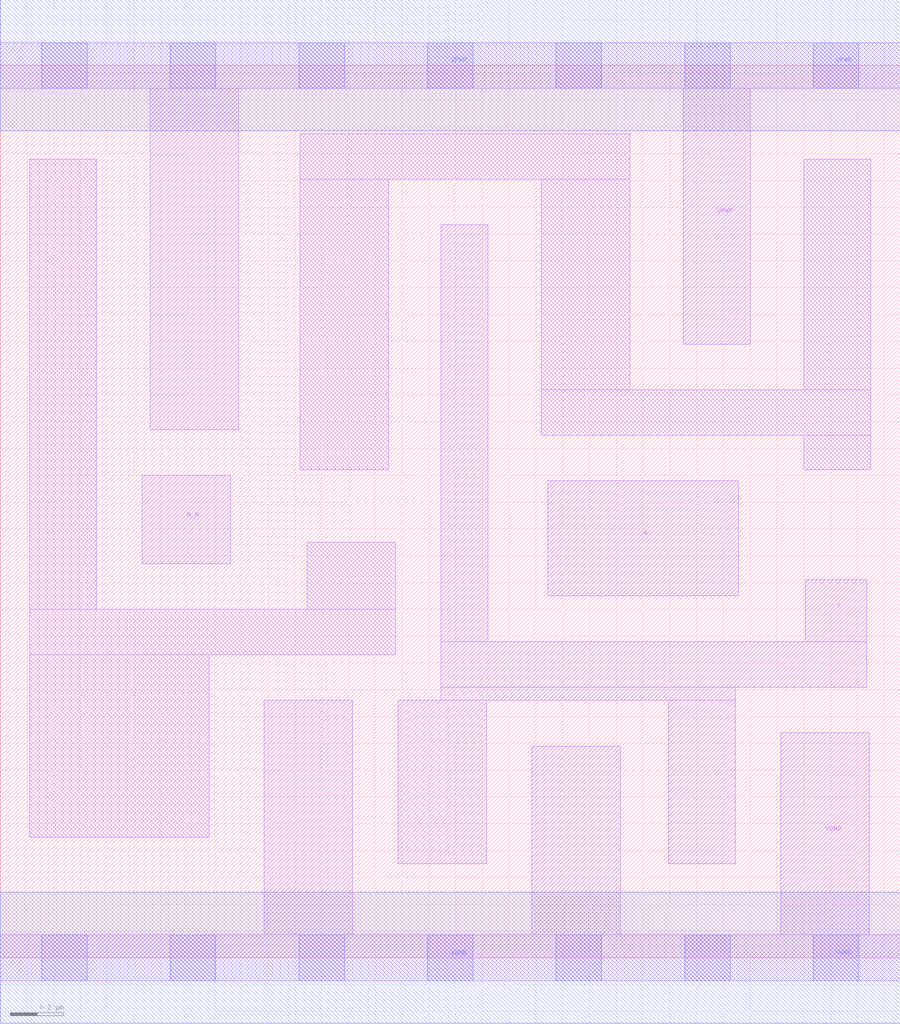
<source format=lef>
# Copyright 2020 The SkyWater PDK Authors
#
# Licensed under the Apache License, Version 2.0 (the "License");
# you may not use this file except in compliance with the License.
# You may obtain a copy of the License at
#
#     https://www.apache.org/licenses/LICENSE-2.0
#
# Unless required by applicable law or agreed to in writing, software
# distributed under the License is distributed on an "AS IS" BASIS,
# WITHOUT WARRANTIES OR CONDITIONS OF ANY KIND, either express or implied.
# See the License for the specific language governing permissions and
# limitations under the License.
#
# SPDX-License-Identifier: Apache-2.0

VERSION 5.7 ;
  NAMESCASESENSITIVE ON ;
  NOWIREEXTENSIONATPIN ON ;
  DIVIDERCHAR "/" ;
  BUSBITCHARS "[]" ;
UNITS
  DATABASE MICRONS 200 ;
END UNITS
MACRO sky130_fd_sc_ms__nor2b_2
  CLASS CORE ;
  SOURCE USER ;
  FOREIGN sky130_fd_sc_ms__nor2b_2 ;
  ORIGIN  0.000000  0.000000 ;
  SIZE  3.360000 BY  3.330000 ;
  SYMMETRY X Y ;
  SITE unit ;
  PIN A
    ANTENNAGATEAREA  0.625200 ;
    DIRECTION INPUT ;
    USE SIGNAL ;
    PORT
      LAYER li1 ;
        RECT 2.045000 1.350000 2.755000 1.780000 ;
    END
  END A
  PIN B_N
    ANTENNAGATEAREA  0.276000 ;
    DIRECTION INPUT ;
    USE SIGNAL ;
    PORT
      LAYER li1 ;
        RECT 0.530000 1.470000 0.860000 1.800000 ;
    END
  END B_N
  PIN Y
    ANTENNADIFFAREA  0.790800 ;
    DIRECTION OUTPUT ;
    USE SIGNAL ;
    PORT
      LAYER li1 ;
        RECT 1.485000 0.350000 1.815000 0.960000 ;
        RECT 1.645000 0.960000 2.745000 1.010000 ;
        RECT 1.645000 1.010000 3.235000 1.180000 ;
        RECT 1.645000 1.180000 1.820000 2.735000 ;
        RECT 2.495000 0.350000 2.745000 0.960000 ;
        RECT 3.005000 1.180000 3.235000 1.410000 ;
    END
  END Y
  PIN VGND
    DIRECTION INOUT ;
    USE GROUND ;
    PORT
      LAYER li1 ;
        RECT 0.000000 -0.085000 3.360000 0.085000 ;
        RECT 0.985000  0.085000 1.315000 0.960000 ;
        RECT 1.985000  0.085000 2.315000 0.790000 ;
        RECT 2.915000  0.085000 3.245000 0.840000 ;
      LAYER mcon ;
        RECT 0.155000 -0.085000 0.325000 0.085000 ;
        RECT 0.635000 -0.085000 0.805000 0.085000 ;
        RECT 1.115000 -0.085000 1.285000 0.085000 ;
        RECT 1.595000 -0.085000 1.765000 0.085000 ;
        RECT 2.075000 -0.085000 2.245000 0.085000 ;
        RECT 2.555000 -0.085000 2.725000 0.085000 ;
        RECT 3.035000 -0.085000 3.205000 0.085000 ;
      LAYER met1 ;
        RECT 0.000000 -0.245000 3.360000 0.245000 ;
    END
  END VGND
  PIN VPWR
    DIRECTION INOUT ;
    USE POWER ;
    PORT
      LAYER li1 ;
        RECT 0.000000 3.245000 3.360000 3.415000 ;
        RECT 0.560000 1.970000 0.890000 3.245000 ;
        RECT 2.550000 2.290000 2.800000 3.245000 ;
      LAYER mcon ;
        RECT 0.155000 3.245000 0.325000 3.415000 ;
        RECT 0.635000 3.245000 0.805000 3.415000 ;
        RECT 1.115000 3.245000 1.285000 3.415000 ;
        RECT 1.595000 3.245000 1.765000 3.415000 ;
        RECT 2.075000 3.245000 2.245000 3.415000 ;
        RECT 2.555000 3.245000 2.725000 3.415000 ;
        RECT 3.035000 3.245000 3.205000 3.415000 ;
      LAYER met1 ;
        RECT 0.000000 3.085000 3.360000 3.575000 ;
    END
  END VPWR
  OBS
    LAYER li1 ;
      RECT 0.110000 0.450000 0.780000 1.130000 ;
      RECT 0.110000 1.130000 1.475000 1.300000 ;
      RECT 0.110000 1.300000 0.360000 2.980000 ;
      RECT 1.120000 1.820000 1.450000 2.905000 ;
      RECT 1.120000 2.905000 2.350000 3.075000 ;
      RECT 1.145000 1.300000 1.475000 1.550000 ;
      RECT 2.020000 1.950000 3.250000 2.120000 ;
      RECT 2.020000 2.120000 2.350000 2.905000 ;
      RECT 3.000000 1.820000 3.250000 1.950000 ;
      RECT 3.000000 2.120000 3.250000 2.980000 ;
  END
END sky130_fd_sc_ms__nor2b_2

</source>
